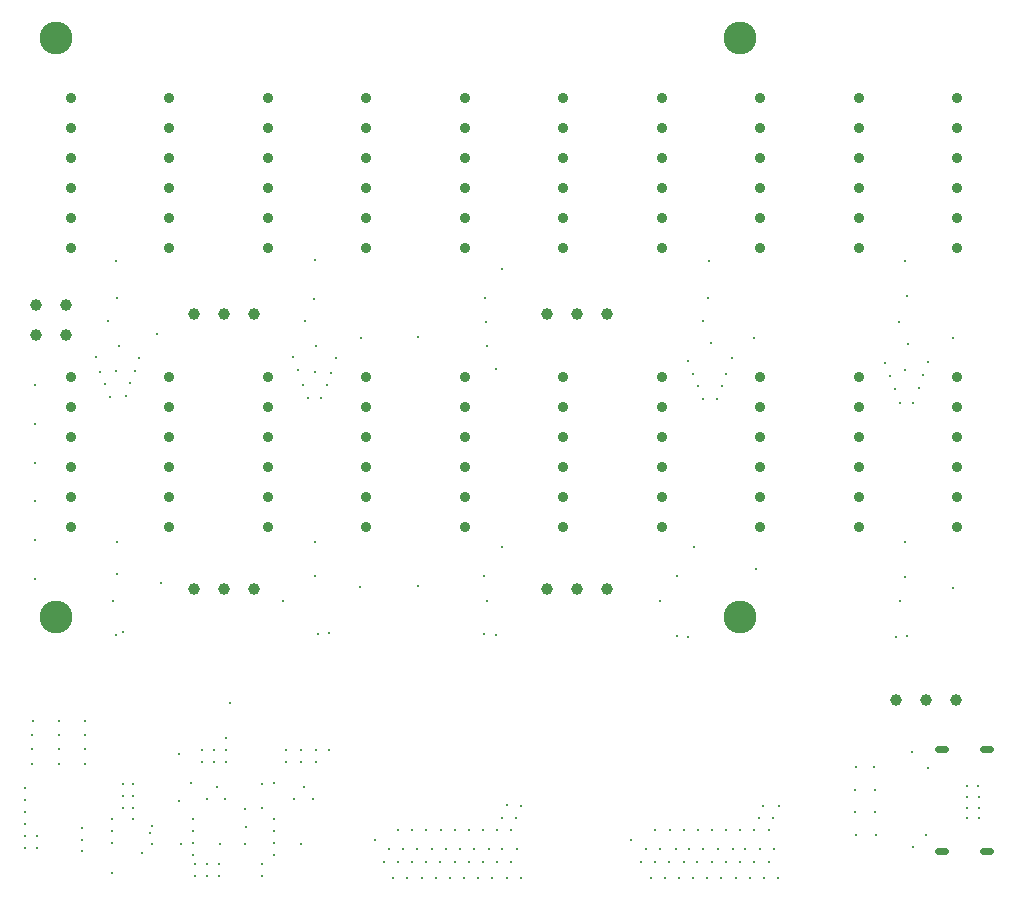
<source format=gbr>
%TF.GenerationSoftware,KiCad,Pcbnew,8.0.3*%
%TF.CreationDate,2024-12-13T11:26:32+05:30*%
%TF.ProjectId,GPIO HAT 2,4750494f-2048-4415-9420-322e6b696361,rev?*%
%TF.SameCoordinates,Original*%
%TF.FileFunction,Plated,1,4,PTH,Mixed*%
%TF.FilePolarity,Positive*%
%FSLAX46Y46*%
G04 Gerber Fmt 4.6, Leading zero omitted, Abs format (unit mm)*
G04 Created by KiCad (PCBNEW 8.0.3) date 2024-12-13 11:26:32*
%MOMM*%
%LPD*%
G01*
G04 APERTURE LIST*
%TA.AperFunction,ViaDrill*%
%ADD10C,0.200000*%
%TD*%
G04 aperture for slot hole*
%TA.AperFunction,ComponentDrill*%
%ADD11C,0.600000*%
%TD*%
%TA.AperFunction,ComponentDrill*%
%ADD12C,0.914400*%
%TD*%
%TA.AperFunction,ComponentDrill*%
%ADD13C,1.000000*%
%TD*%
%TA.AperFunction,ComponentDrill*%
%ADD14C,2.780000*%
%TD*%
G04 APERTURE END LIST*
D10*
X156819600Y-128676400D03*
X156819600Y-129692400D03*
X156819600Y-130708400D03*
X156819600Y-131724400D03*
X156819600Y-132740400D03*
X156819600Y-133756400D03*
X157403800Y-124206000D03*
X157403800Y-125425200D03*
X157403800Y-126644400D03*
X157429200Y-122986800D03*
X157607000Y-94589600D03*
X157607000Y-97871280D03*
X157607000Y-101152960D03*
X157607000Y-104434640D03*
X157607000Y-107716320D03*
X157607000Y-110998000D03*
X157835600Y-132740400D03*
X157835600Y-133781800D03*
X159664400Y-122986800D03*
X159664400Y-124206000D03*
X159664400Y-125425200D03*
X159664400Y-126644400D03*
X161594800Y-134061200D03*
X161620200Y-132105400D03*
X161620200Y-133121400D03*
X161874200Y-124206000D03*
X161874200Y-125425200D03*
X161874200Y-126644400D03*
X161899600Y-122986800D03*
X162775900Y-92163900D03*
X163144200Y-93446600D03*
X163550600Y-94513400D03*
X163830000Y-89154000D03*
X163957000Y-95580200D03*
X164134800Y-135890000D03*
X164185600Y-131343400D03*
X164185600Y-132359400D03*
X164185600Y-133375400D03*
X164211000Y-112903000D03*
X164465000Y-84074000D03*
X164477700Y-115735100D03*
X164490400Y-93370400D03*
X164566600Y-107899200D03*
X164566600Y-110566200D03*
X164592000Y-87172800D03*
X164769800Y-91313000D03*
X165100000Y-115468400D03*
X165100000Y-128397000D03*
X165100000Y-129387600D03*
X165100000Y-130429000D03*
X165303200Y-95504000D03*
X165633400Y-94437200D03*
X165938200Y-131343400D03*
X165963600Y-128397000D03*
X165963600Y-129387600D03*
X165963600Y-130429000D03*
X166116000Y-93395800D03*
X166446200Y-92329000D03*
X166700200Y-134213600D03*
X167360600Y-132486400D03*
X167513000Y-133477000D03*
X167563800Y-131927600D03*
X167970200Y-90297000D03*
X168300400Y-111353600D03*
X169799000Y-125806200D03*
X169824400Y-129768600D03*
X169951400Y-133426200D03*
X170809040Y-128312010D03*
X171027600Y-131337395D03*
X171027600Y-132353395D03*
X171027600Y-133369395D03*
X171027600Y-134385395D03*
X171145200Y-135153400D03*
X171145200Y-136169400D03*
X171738800Y-125495395D03*
X171738800Y-126511395D03*
X172161200Y-135153400D03*
X172161200Y-136169400D03*
X172231440Y-129632810D03*
X172754800Y-125495395D03*
X172754800Y-126511395D03*
X173024800Y-128651000D03*
X173177200Y-135153400D03*
X173177200Y-136169400D03*
X173262800Y-133420195D03*
X173755440Y-129658210D03*
X173770800Y-124479395D03*
X173770800Y-125495395D03*
X173770800Y-126511395D03*
X174142400Y-121513600D03*
X175437800Y-130479800D03*
X175437800Y-133477000D03*
X175463200Y-131978400D03*
X176834800Y-135153400D03*
X176834800Y-136169400D03*
X176885600Y-128346200D03*
X176885600Y-130352800D03*
X177850800Y-128270000D03*
X177850800Y-131339180D03*
X177850800Y-132355180D03*
X177850800Y-133371180D03*
X177850800Y-134387180D03*
X178612800Y-112852200D03*
X178866800Y-125497180D03*
X178866800Y-126513180D03*
X179496200Y-92176600D03*
X179578000Y-129659995D03*
X179916096Y-93319600D03*
X180136800Y-133396580D03*
X180187600Y-125497180D03*
X180187600Y-126513180D03*
X180316096Y-94607335D03*
X180365400Y-128621380D03*
X180517800Y-89179400D03*
X180767766Y-95681800D03*
X181127400Y-129659995D03*
X181279800Y-87274400D03*
X181305200Y-83972400D03*
X181305200Y-93497400D03*
X181305200Y-107899200D03*
X181330600Y-110769400D03*
X181406800Y-91236800D03*
X181457600Y-125497180D03*
X181457600Y-126513180D03*
X181610000Y-115646200D03*
X181885366Y-95681800D03*
X182316766Y-94607335D03*
X182499000Y-125450600D03*
X182549800Y-115570000D03*
X182716766Y-93591335D03*
X183152745Y-92259455D03*
X185166000Y-111709200D03*
X185191400Y-90627200D03*
X186436000Y-133121400D03*
X187166400Y-134970102D03*
X187604400Y-133832600D03*
X187960000Y-136347200D03*
X188366400Y-132232400D03*
X188366400Y-134970102D03*
X188798200Y-133832600D03*
X189153800Y-136347200D03*
X189560200Y-132232400D03*
X189560200Y-134970102D03*
X189992000Y-133832600D03*
X190042800Y-90500200D03*
X190042800Y-111607600D03*
X190373000Y-136347200D03*
X190754000Y-132232400D03*
X190767844Y-134970102D03*
X191211200Y-133832600D03*
X191566800Y-136347200D03*
X191947800Y-134970102D03*
X191973200Y-132232400D03*
X192405000Y-133832600D03*
X192760600Y-136347200D03*
X193167000Y-132232400D03*
X193167000Y-134970102D03*
X193598800Y-133832600D03*
X193954400Y-136347200D03*
X194360800Y-132232400D03*
X194360800Y-134970102D03*
X194818000Y-133832600D03*
X195173600Y-136347200D03*
X195554600Y-132232400D03*
X195554600Y-134970102D03*
X195656200Y-110769400D03*
X195681600Y-115646200D03*
X195732400Y-87172800D03*
X195808600Y-89230200D03*
X195910200Y-112903000D03*
X195935600Y-91236800D03*
X196062600Y-133832600D03*
X196342000Y-136347200D03*
X196672200Y-93218000D03*
X196672200Y-115722400D03*
X196766400Y-134970102D03*
X196773800Y-132232400D03*
X197154800Y-84734400D03*
X197154800Y-108305600D03*
X197154800Y-131241800D03*
X197205600Y-133832600D03*
X197561200Y-130175000D03*
X197586600Y-136347200D03*
X197967600Y-132232400D03*
X197967600Y-134970102D03*
X198348600Y-131241800D03*
X198424800Y-133832600D03*
X198780400Y-130225800D03*
X198780400Y-136347200D03*
X208127600Y-133070600D03*
X208940400Y-134970102D03*
X209397600Y-133832600D03*
X209753200Y-136347200D03*
X210134200Y-132232400D03*
X210134200Y-134970102D03*
X210540600Y-112877600D03*
X210566000Y-133832600D03*
X210947000Y-136347200D03*
X211328000Y-134970102D03*
X211353400Y-132232400D03*
X211886800Y-133832600D03*
X211988400Y-110744000D03*
X211988400Y-115824000D03*
X212166200Y-136347200D03*
X212547200Y-132232400D03*
X212547200Y-134970102D03*
X212922200Y-92532200D03*
X212928200Y-115925600D03*
X212979000Y-133832600D03*
X213360000Y-93615000D03*
X213360000Y-136347200D03*
X213410800Y-108305600D03*
X213715600Y-134970102D03*
X213741000Y-132232400D03*
X213769870Y-94631000D03*
X214172800Y-133832600D03*
X214223600Y-89179400D03*
X214223600Y-95732600D03*
X214528400Y-136347200D03*
X214630000Y-87172800D03*
X214655400Y-84099400D03*
X214884000Y-91059000D03*
X214934800Y-132232400D03*
X214934800Y-134970102D03*
X215341200Y-95732600D03*
X215493600Y-133832600D03*
X215747600Y-136347200D03*
X215760670Y-94631000D03*
X216140234Y-134970102D03*
X216154000Y-132232400D03*
X216160670Y-93615000D03*
X216636600Y-92303600D03*
X216687400Y-133832600D03*
X216941400Y-136347200D03*
X217347800Y-132232400D03*
X217347800Y-134970102D03*
X217779600Y-133832600D03*
X218135200Y-136347200D03*
X218535872Y-134970102D03*
X218541600Y-90601800D03*
X218541600Y-132232400D03*
X218643200Y-110134400D03*
X218900000Y-131241800D03*
X218973400Y-133832600D03*
X219300000Y-130200000D03*
X219329000Y-136347200D03*
X219735400Y-132232400D03*
X219735400Y-134970102D03*
X220141800Y-131241800D03*
X220167200Y-133832600D03*
X220573600Y-136347200D03*
X220599000Y-130251200D03*
X227050600Y-128828800D03*
X227079956Y-130733800D03*
X227126800Y-126923800D03*
X227175016Y-132638800D03*
X228701600Y-126923800D03*
X228727000Y-130733800D03*
X228777800Y-128828800D03*
X228803200Y-132638800D03*
X229590600Y-92684600D03*
X230022400Y-93853000D03*
X230454200Y-94919800D03*
X230568500Y-115887500D03*
X230809800Y-89204800D03*
X230860600Y-112877600D03*
X230886000Y-96113600D03*
X231292400Y-84048600D03*
X231292400Y-93268800D03*
X231292400Y-107899200D03*
X231292400Y-110794800D03*
X231495600Y-87071200D03*
X231495600Y-115824000D03*
X231546400Y-91084400D03*
X231876600Y-125679200D03*
X231927400Y-133654800D03*
X231978200Y-96088200D03*
X232435400Y-94869000D03*
X232816400Y-93751400D03*
X233095800Y-132638800D03*
X233197400Y-92659200D03*
X233197400Y-126974600D03*
X235313800Y-111755300D03*
X235331000Y-90576400D03*
X236499400Y-128549400D03*
X236524800Y-129463800D03*
X236524800Y-130403600D03*
X236524800Y-131216400D03*
X237490000Y-128549400D03*
X237540800Y-129463800D03*
X237591600Y-130403600D03*
X237591600Y-131216400D03*
D11*
%TO.C,J24*%
X234659600Y-125378400D02*
X234059600Y-125378400D01*
X234659600Y-134018400D02*
X234059600Y-134018400D01*
X238459600Y-125378400D02*
X237859600Y-125378400D01*
X238459600Y-134018400D02*
X237859600Y-134018400D01*
D12*
%TO.C,J3*%
X160640400Y-70256400D03*
X160640400Y-72796400D03*
X160640400Y-75336400D03*
X160640400Y-77876400D03*
X160640400Y-80416400D03*
X160640400Y-82956400D03*
%TO.C,J1*%
X160640400Y-93929200D03*
X160640400Y-96469200D03*
X160640400Y-99009200D03*
X160640400Y-101549200D03*
X160640400Y-104089200D03*
X160640400Y-106629200D03*
%TO.C,J4*%
X168982888Y-70256400D03*
X168982888Y-72796400D03*
X168982888Y-75336400D03*
X168982888Y-77876400D03*
X168982888Y-80416400D03*
X168982888Y-82956400D03*
%TO.C,J2*%
X168982888Y-93929200D03*
X168982888Y-96469200D03*
X168982888Y-99009200D03*
X168982888Y-101549200D03*
X168982888Y-104089200D03*
X168982888Y-106629200D03*
%TO.C,J7*%
X177325376Y-70256400D03*
X177325376Y-72796400D03*
X177325376Y-75336400D03*
X177325376Y-77876400D03*
X177325376Y-80416400D03*
X177325376Y-82956400D03*
%TO.C,J5*%
X177325376Y-93929200D03*
X177325376Y-96469200D03*
X177325376Y-99009200D03*
X177325376Y-101549200D03*
X177325376Y-104089200D03*
X177325376Y-106629200D03*
%TO.C,J8*%
X185667864Y-70256400D03*
X185667864Y-72796400D03*
X185667864Y-75336400D03*
X185667864Y-77876400D03*
X185667864Y-80416400D03*
X185667864Y-82956400D03*
%TO.C,J6*%
X185667864Y-93929200D03*
X185667864Y-96469200D03*
X185667864Y-99009200D03*
X185667864Y-101549200D03*
X185667864Y-104089200D03*
X185667864Y-106629200D03*
%TO.C,J11*%
X194010352Y-70256400D03*
X194010352Y-72796400D03*
X194010352Y-75336400D03*
X194010352Y-77876400D03*
X194010352Y-80416400D03*
X194010352Y-82956400D03*
%TO.C,J9*%
X194010352Y-93929200D03*
X194010352Y-96469200D03*
X194010352Y-99009200D03*
X194010352Y-101549200D03*
X194010352Y-104089200D03*
X194010352Y-106629200D03*
%TO.C,J12*%
X202352840Y-70256400D03*
X202352840Y-72796400D03*
X202352840Y-75336400D03*
X202352840Y-77876400D03*
X202352840Y-80416400D03*
X202352840Y-82956400D03*
%TO.C,J10*%
X202352840Y-93929200D03*
X202352840Y-96469200D03*
X202352840Y-99009200D03*
X202352840Y-101549200D03*
X202352840Y-104089200D03*
X202352840Y-106629200D03*
%TO.C,J13*%
X210695328Y-70256400D03*
X210695328Y-72796400D03*
X210695328Y-75336400D03*
X210695328Y-77876400D03*
X210695328Y-80416400D03*
X210695328Y-82956400D03*
%TO.C,J15*%
X210695328Y-93929200D03*
X210695328Y-96469200D03*
X210695328Y-99009200D03*
X210695328Y-101549200D03*
X210695328Y-104089200D03*
X210695328Y-106629200D03*
%TO.C,J14*%
X219037816Y-70256400D03*
X219037816Y-72796400D03*
X219037816Y-75336400D03*
X219037816Y-77876400D03*
X219037816Y-80416400D03*
X219037816Y-82956400D03*
%TO.C,J16*%
X219037816Y-93929200D03*
X219037816Y-96469200D03*
X219037816Y-99009200D03*
X219037816Y-101549200D03*
X219037816Y-104089200D03*
X219037816Y-106629200D03*
%TO.C,J17*%
X227380304Y-70256400D03*
X227380304Y-72796400D03*
X227380304Y-75336400D03*
X227380304Y-77876400D03*
X227380304Y-80416400D03*
X227380304Y-82956400D03*
%TO.C,J19*%
X227380304Y-93929200D03*
X227380304Y-96469200D03*
X227380304Y-99009200D03*
X227380304Y-101549200D03*
X227380304Y-104089200D03*
X227380304Y-106629200D03*
%TO.C,J18*%
X235722800Y-70256400D03*
X235722800Y-72796400D03*
X235722800Y-75336400D03*
X235722800Y-77876400D03*
X235722800Y-80416400D03*
X235722800Y-82956400D03*
%TO.C,J20*%
X235722800Y-93929200D03*
X235722800Y-96469200D03*
X235722800Y-99009200D03*
X235722800Y-101549200D03*
X235722800Y-104089200D03*
X235722800Y-106629200D03*
D13*
%TO.C,J23*%
X157683200Y-87833200D03*
X157683200Y-90373200D03*
X160223200Y-87833200D03*
X160223200Y-90373200D03*
%TO.C,JM2*%
X171094400Y-88595200D03*
%TO.C,JM1*%
X171094400Y-111836200D03*
%TO.C,JM2*%
X173634400Y-88595200D03*
%TO.C,JM1*%
X173634400Y-111836200D03*
%TO.C,JM2*%
X176174400Y-88595200D03*
%TO.C,JM1*%
X176174400Y-111836200D03*
%TO.C,JM4*%
X201015600Y-88595200D03*
%TO.C,JM3*%
X201015600Y-111836200D03*
%TO.C,JM4*%
X203555600Y-88595200D03*
%TO.C,JM3*%
X203555600Y-111836200D03*
%TO.C,JM4*%
X206095600Y-88595200D03*
%TO.C,JM3*%
X206095600Y-111836200D03*
%TO.C,JM5*%
X230555800Y-121234200D03*
X233095800Y-121234200D03*
X235635800Y-121234200D03*
D14*
%TO.C,REF\u002A\u002A*%
X159385000Y-65176400D03*
X159385000Y-114198400D03*
X217347800Y-65176400D03*
X217347800Y-114198400D03*
M02*

</source>
